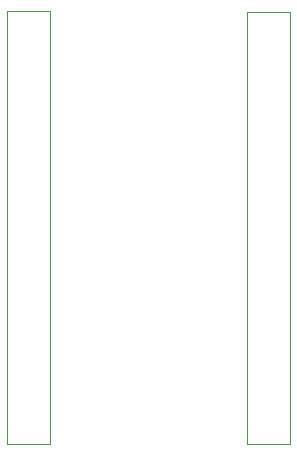
<source format=gbr>
G04 #@! TF.GenerationSoftware,KiCad,Pcbnew,(5.1.4)-1*
G04 #@! TF.CreationDate,2019-11-09T18:50:37+08:00*
G04 #@! TF.ProjectId,teensy4_header_breakout,7465656e-7379-4345-9f68-65616465725f,rev?*
G04 #@! TF.SameCoordinates,Original*
G04 #@! TF.FileFunction,Other,User*
%FSLAX46Y46*%
G04 Gerber Fmt 4.6, Leading zero omitted, Abs format (unit mm)*
G04 Created by KiCad (PCBNEW (5.1.4)-1) date 2019-11-09 18:50:37*
%MOMM*%
%LPD*%
G04 APERTURE LIST*
%ADD10C,0.050000*%
G04 APERTURE END LIST*
D10*
X168380000Y-116100000D02*
X171980000Y-116100000D01*
X168380000Y-79500000D02*
X168380000Y-116100000D01*
X171980000Y-79500000D02*
X168380000Y-79500000D01*
X171980000Y-116100000D02*
X171980000Y-79500000D01*
X151660000Y-79480000D02*
X148060000Y-79480000D01*
X151660000Y-116080000D02*
X151660000Y-79480000D01*
X148060000Y-116080000D02*
X151660000Y-116080000D01*
X148060000Y-79480000D02*
X148060000Y-116080000D01*
M02*

</source>
